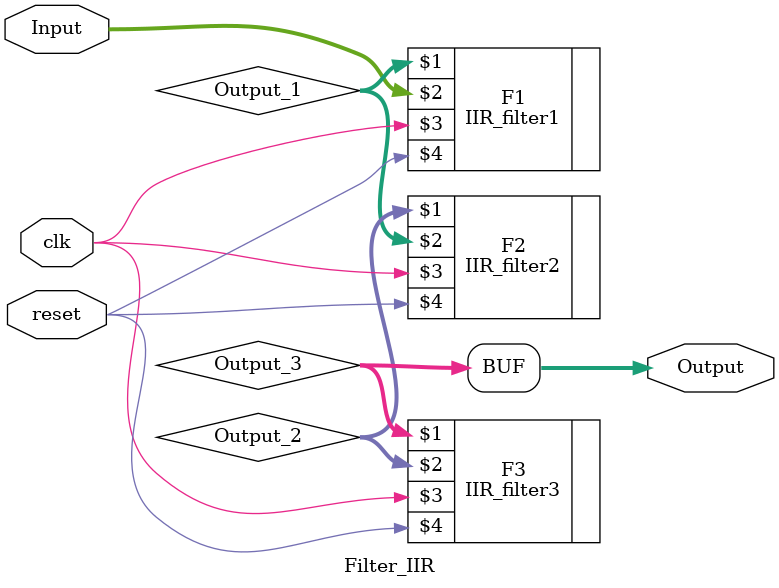
<source format=v>
`timescale 1ns / 1ps
module Filter_IIR
          (
           Output,          
           Input,
           clk,
           reset
          );

  wire signed [31:0] Output_1;
  wire signed [31:0] Output_2;
  wire signed [31:0] Output_3;
  input   clk;
  input   reset;
  input   [31:0] Input;  // double
  output signed [31:0] Output;  // double

IIR_filter1 F1(Output_1, Input, clk,reset);
IIR_filter2 F2(Output_2, Output_1, clk,reset);
IIR_filter3 F3(Output_3, Output_2, clk,reset);

  assign Output = Output_3;

endmodule  

</source>
